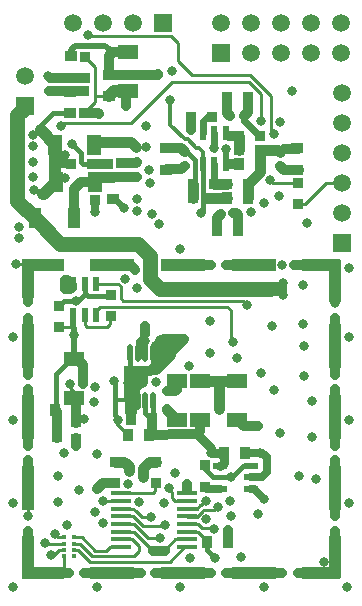
<source format=gbl>
G04 Layer_Physical_Order=4*
G04 Layer_Color=16711680*
%FSLAX24Y24*%
%MOIN*%
G70*
G01*
G75*
%ADD11R,0.0374X0.0394*%
%ADD12R,0.0354X0.0354*%
%ADD13R,0.1496X0.0394*%
%ADD14R,0.0394X0.1496*%
%ADD15R,0.0394X0.1276*%
%ADD16R,0.1406X0.0394*%
%ADD17R,0.1276X0.0394*%
%ADD18R,0.0394X0.1406*%
%ADD19R,0.0244X0.0480*%
%ADD20R,0.0354X0.0354*%
%ADD21R,0.0394X0.0374*%
%ADD36R,0.0453X0.0709*%
%ADD37C,0.0100*%
%ADD38C,0.0120*%
%ADD39C,0.0150*%
%ADD40C,0.0320*%
%ADD41C,0.0350*%
%ADD42C,0.0300*%
%ADD43C,0.0160*%
%ADD44C,0.0200*%
%ADD45C,0.0240*%
%ADD46C,0.0250*%
%ADD47C,0.0170*%
%ADD49C,0.0270*%
%ADD50C,0.0220*%
%ADD60C,0.0591*%
%ADD61R,0.0591X0.0591*%
%ADD62R,0.0591X0.0591*%
%ADD63C,0.0320*%
G04:AMPARAMS|DCode=64|XSize=20mil|YSize=12mil|CornerRadius=0.3mil|HoleSize=0mil|Usage=FLASHONLY|Rotation=180.000|XOffset=0mil|YOffset=0mil|HoleType=Round|Shape=RoundedRectangle|*
%AMROUNDEDRECTD64*
21,1,0.0200,0.0114,0,0,180.0*
21,1,0.0194,0.0120,0,0,180.0*
1,1,0.0006,-0.0097,0.0057*
1,1,0.0006,0.0097,0.0057*
1,1,0.0006,0.0097,-0.0057*
1,1,0.0006,-0.0097,-0.0057*
%
%ADD64ROUNDEDRECTD64*%
%ADD66C,0.0400*%
%ADD68R,0.0709X0.0453*%
%ADD69R,0.0354X0.0315*%
%ADD70R,0.0433X0.0669*%
%ADD71O,0.0177X0.0591*%
%ADD72R,0.0650X0.0118*%
%ADD73R,0.0480X0.0244*%
%ADD74R,0.0177X0.0177*%
%ADD75R,0.0177X0.0118*%
%ADD76C,0.0500*%
%ADD77R,0.0160X0.0620*%
%ADD78R,0.0550X0.0740*%
%ADD79R,0.0790X0.0580*%
%ADD80R,0.0817X0.0492*%
%ADD81R,0.0421X0.0702*%
%ADD82R,0.0190X0.0380*%
%ADD83R,0.0547X0.0320*%
D11*
X17982Y26454D02*
D03*
X17274D02*
D03*
X14683Y15230D02*
D03*
X13974D02*
D03*
X14773Y15750D02*
D03*
X14064D02*
D03*
X11546Y16050D02*
D03*
X12254D02*
D03*
X16614Y11643D02*
D03*
X17323D02*
D03*
X16934Y22064D02*
D03*
X17642D02*
D03*
X17876Y14629D02*
D03*
X17167D02*
D03*
X17992Y23104D02*
D03*
X17284D02*
D03*
X18392Y24244D02*
D03*
X17684D02*
D03*
D12*
X19646Y23622D02*
D03*
Y22913D02*
D03*
X13543Y14331D02*
D03*
Y13622D02*
D03*
X14921Y14331D02*
D03*
Y13622D02*
D03*
X11667Y18809D02*
D03*
Y19518D02*
D03*
X13399Y19173D02*
D03*
Y19882D02*
D03*
X12536Y27829D02*
D03*
Y27121D02*
D03*
X12526Y25961D02*
D03*
Y26669D02*
D03*
X13328Y24260D02*
D03*
Y24969D02*
D03*
X16552Y14203D02*
D03*
Y13495D02*
D03*
D13*
X13453Y10630D02*
D03*
X15815D02*
D03*
X18177D02*
D03*
Y20870D02*
D03*
X15815D02*
D03*
X13453D02*
D03*
D14*
X10630Y18177D02*
D03*
Y15815D02*
D03*
Y13453D02*
D03*
X20870D02*
D03*
Y15815D02*
D03*
Y18177D02*
D03*
D15*
X10630Y20429D02*
D03*
D16*
X11136Y10630D02*
D03*
Y20870D02*
D03*
D17*
X20429Y10630D02*
D03*
Y20870D02*
D03*
D18*
X10630Y11136D02*
D03*
X20870D02*
D03*
Y20364D02*
D03*
D19*
X12159Y19209D02*
D03*
Y20240D02*
D03*
X12533Y19209D02*
D03*
Y20240D02*
D03*
X12907D02*
D03*
Y19209D02*
D03*
X17232Y24239D02*
D03*
Y25270D02*
D03*
X16858D02*
D03*
Y24239D02*
D03*
X16484Y25270D02*
D03*
Y24239D02*
D03*
D20*
X12893Y23055D02*
D03*
X12184D02*
D03*
X12084Y24265D02*
D03*
X12793D02*
D03*
X18386Y25197D02*
D03*
X17677D02*
D03*
Y24724D02*
D03*
X18386D02*
D03*
X17284Y23574D02*
D03*
X17992D02*
D03*
X16134D02*
D03*
X16842D02*
D03*
X16134Y23104D02*
D03*
X16842D02*
D03*
X16792Y25814D02*
D03*
X16084D02*
D03*
D21*
X12066Y27131D02*
D03*
Y27839D02*
D03*
X12036Y26659D02*
D03*
Y25951D02*
D03*
X13778Y24979D02*
D03*
Y24270D02*
D03*
X13468Y23809D02*
D03*
Y23100D02*
D03*
X15258Y24769D02*
D03*
Y24060D02*
D03*
X19628D02*
D03*
Y24769D02*
D03*
X13336Y27219D02*
D03*
Y26511D02*
D03*
D36*
X12888Y23665D02*
D03*
X11589D02*
D03*
X12838Y24875D02*
D03*
X11539D02*
D03*
D37*
X13661Y20240D02*
X13730Y20171D01*
Y19777D02*
Y20171D01*
Y19777D02*
X13818Y19689D01*
X13810Y19699D02*
X17821D01*
X17953Y19567D01*
X14681Y11486D02*
X15305D01*
X16614Y11643D02*
Y11682D01*
X16299Y11997D02*
X16614Y11682D01*
X15932Y11997D02*
X16299D01*
X16298Y12253D02*
X16430Y12120D01*
X15932Y12253D02*
X16298D01*
X16430Y12120D02*
X16806D01*
X16850Y12717D02*
X16968Y12835D01*
X16806Y12120D02*
X16850Y12076D01*
X16575Y13031D02*
Y13059D01*
X12139Y18809D02*
X12159Y18789D01*
X11667Y18809D02*
X12139D01*
X19882Y22913D02*
X20583Y23614D01*
X19646Y22913D02*
X19882D01*
X18720Y23710D02*
X18808Y23622D01*
X19646D01*
X11840Y10809D02*
X12020Y10630D01*
X11840Y10809D02*
Y11181D01*
X17402Y18386D02*
X17480Y18307D01*
X17402Y18386D02*
Y19370D01*
X17281Y19490D02*
X17402Y19370D01*
X13047Y19490D02*
X17281D01*
X12907Y19340D02*
X13047Y19480D01*
X12907Y19209D02*
Y19340D01*
Y20240D02*
X13661D01*
X16487Y12717D02*
X16850D01*
X16471Y12700D02*
X16487Y12717D01*
X16470Y12700D02*
X16471D01*
X16300Y12531D02*
X16470Y12700D01*
X16395Y12880D02*
X16396D01*
X16279Y12764D02*
X16395Y12880D01*
X15932Y12764D02*
X16279D01*
X16396Y12880D02*
X16575Y13059D01*
X13271Y18819D02*
X13379Y18927D01*
Y19183D01*
X12533Y18897D02*
Y19209D01*
Y18897D02*
X12612Y18819D01*
X13271D01*
X12953Y13425D02*
Y13494D01*
X14803Y11339D02*
Y11363D01*
X14681Y11486D02*
X14803Y11363D01*
X11535Y11929D02*
X11653Y11811D01*
X11840D01*
X11220Y11614D02*
X11243Y11591D01*
X11840D01*
X11417Y11220D02*
X11496D01*
X11677Y11401D01*
X11840D01*
X15855Y11485D02*
X15932D01*
X15371Y11001D02*
X15855Y11485D01*
X12721Y11001D02*
X15371D01*
X12321Y11401D02*
X12721Y11001D01*
X12165Y11401D02*
X12321D01*
X12441Y11811D02*
X12891Y11361D01*
X13251D01*
X13375Y11485D01*
X13747D01*
X14173Y11181D02*
X14331Y11339D01*
X12795Y11181D02*
X14173D01*
X12385Y11591D02*
X12795Y11181D01*
X12165Y11811D02*
X12441D01*
X12165Y11591D02*
X12385D01*
X14331Y11339D02*
Y11535D01*
X14125Y11741D02*
X14331Y11535D01*
X13747Y11741D02*
X14125D01*
X14882Y13583D02*
X14921Y13622D01*
X14882Y13346D02*
Y13583D01*
X14812Y13276D02*
X14882Y13346D01*
X13747Y13276D02*
X14812D01*
X15354Y13464D02*
Y13465D01*
X15321Y13430D02*
X15354Y13464D01*
X15321Y13430D02*
X15441Y13310D01*
X15305Y11486D02*
X15560Y11741D01*
X14336Y11830D02*
X14681Y11486D01*
X16696Y11510D02*
Y11640D01*
X14335Y11830D02*
X14336D01*
X10256Y20925D02*
X11081D01*
X11071Y20870D02*
X11136D01*
X11081Y20925D02*
X11136Y20870D01*
X10630Y12506D02*
Y13453D01*
X20870Y20364D02*
Y20429D01*
X12059Y16770D02*
X12274Y16555D01*
X14484Y12190D02*
X15291D01*
X14169Y11997D02*
X14335Y11830D01*
X13747Y11997D02*
X14169D01*
X14449Y12480D02*
X14731D01*
X14317Y12613D02*
X14449Y12480D01*
X14308Y12613D02*
X14317D01*
X14231Y12690D02*
X14308Y12613D01*
X14242Y12433D02*
X14484Y12190D01*
X14234Y12433D02*
X14242D01*
X14158Y12508D02*
X14234Y12433D01*
X13747Y12253D02*
X14167D01*
X13160Y13020D02*
X13160Y13020D01*
X15415Y28512D02*
X15650Y28278D01*
X16300Y12529D02*
Y12531D01*
X16271Y12500D02*
X16300Y12529D01*
X15940Y12500D02*
X16271D01*
X11750Y25520D02*
X11751D01*
X11851Y25620D01*
X15481Y13080D02*
X15541Y13020D01*
X15481Y13080D02*
Y13080D01*
X15441Y13120D02*
X15481Y13080D01*
X15441Y13120D02*
Y13310D01*
X14230Y12690D02*
X14231D01*
X14156Y12764D02*
X14230Y12690D01*
X13747Y12764D02*
X14156D01*
X14411Y12010D02*
X14631Y11790D01*
X14410Y12010D02*
X14411D01*
X14167Y12253D02*
X14410Y12010D01*
X13747Y12508D02*
X14158D01*
X12526Y25961D02*
X12886Y26321D01*
X12490Y25925D02*
X12526Y25961D01*
X11851Y25620D02*
X14094D01*
X15650Y27677D02*
Y28278D01*
X14094Y25620D02*
X15453Y26978D01*
X15291Y12190D02*
X15311Y12210D01*
X15541Y13020D02*
X15932D01*
X15211Y12210D02*
X15311D01*
X14631Y11790D02*
X15041D01*
X15560Y11741D02*
X15932D01*
Y11997D02*
X15948Y11980D01*
X12886Y26321D02*
Y26515D01*
Y27479D01*
Y26515D02*
X12890Y26511D01*
X13336D01*
X12536Y27829D02*
X12886Y27479D01*
X13160Y13020D02*
X13747D01*
X15932Y12508D02*
X15940Y12500D01*
X12059Y16770D02*
Y16920D01*
X14301Y16352D02*
Y16602D01*
X15932Y13276D02*
X16165D01*
X15650Y27677D02*
X16122Y27205D01*
X18425Y25669D02*
Y26579D01*
X18740Y25354D02*
X18858Y25236D01*
X18740Y25354D02*
Y26519D01*
X16122Y27205D02*
X18054D01*
X18740Y26519D01*
X15453Y26978D02*
X18026D01*
X18425Y26579D01*
X20583Y23614D02*
X21102D01*
X12612Y28512D02*
X12650Y28550D01*
Y28512D02*
X15415D01*
D38*
X13650Y15554D02*
Y15778D01*
X15394Y25556D02*
Y26378D01*
Y25556D02*
X15881Y25069D01*
X15981D01*
X16250Y24800D02*
X16350D01*
X15981Y25069D02*
X16250Y24800D01*
X16350D02*
X16484Y24666D01*
Y24239D02*
Y24666D01*
X14045Y16352D02*
Y16525D01*
X13650Y15554D02*
X13974Y15230D01*
D39*
X11667Y19518D02*
X11839Y19690D01*
X12260D02*
X12312D01*
X11839D02*
X12260D01*
X12312D02*
X12533Y19911D01*
X16614Y11396D02*
Y11643D01*
Y11396D02*
X16890Y11120D01*
X12533Y19951D02*
Y20240D01*
Y19911D02*
Y19951D01*
X11575Y17256D02*
X12173Y17855D01*
X12641Y19842D02*
X13389D01*
X12533Y19951D02*
X12641Y19842D01*
X14813Y17947D02*
Y18149D01*
X14488Y16968D02*
Y17244D01*
X11575Y16113D02*
Y17256D01*
X15939Y24652D02*
X16200Y24391D01*
Y23641D02*
Y24391D01*
X16134Y23574D02*
X16200Y23641D01*
X15868Y24652D02*
X15939D01*
X11063Y25374D02*
Y25541D01*
X11472Y25951D01*
X12036D01*
X12428Y24305D02*
Y24605D01*
X12128Y24905D02*
X12428Y24605D01*
Y24305D02*
X12468Y24265D01*
X12793D01*
X16552Y14079D02*
Y14203D01*
Y14079D02*
X16822Y13809D01*
X17432D02*
X17806Y14183D01*
X18087D01*
X16822Y13809D02*
X17432D01*
X16484Y22690D02*
Y24239D01*
X16408Y22614D02*
X16484Y22690D01*
D40*
X11864Y20069D02*
X12060D01*
X11942Y20384D02*
X12086Y20240D01*
X11864Y20384D02*
X11942D01*
X12086Y20240D02*
X12100Y20226D01*
X12060Y20069D02*
X12100Y20108D01*
X11864Y20069D02*
Y20384D01*
X14540Y18600D02*
Y18840D01*
X11546Y16050D02*
X11605Y15990D01*
Y15606D02*
Y15990D01*
Y15114D02*
Y15606D01*
X14540Y18595D02*
Y18600D01*
X14920Y18170D02*
X15180Y18430D01*
X14920Y17840D02*
Y18170D01*
X15540Y18430D02*
X15850D01*
X15180D02*
X15540D01*
X14950Y17840D02*
X15540Y18430D01*
X14920Y17840D02*
X14950D01*
X14920D02*
X15140Y17620D01*
X15420Y18000D02*
X15850Y18430D01*
X15420Y17900D02*
Y18000D01*
X15140Y17620D02*
X15420Y17900D01*
X14580Y17360D02*
X14714D01*
X14430D02*
X14520D01*
X14714D02*
X14733Y17380D01*
X14900D01*
X15140Y17620D01*
X14773Y15320D02*
Y15750D01*
X15751Y24769D02*
X15868Y24652D01*
X15258Y24769D02*
X15751D01*
X15815Y20870D02*
X16762D01*
X17230D02*
X18177D01*
X15189Y11339D02*
X15200Y11350D01*
X14803Y11339D02*
X15189D01*
X17323Y11643D02*
Y12037D01*
X15932Y13373D02*
Y13578D01*
X13150Y13622D02*
X13543D01*
X12953Y13425D02*
X13150Y13622D01*
X14837Y15230D02*
X15763Y15236D01*
X12279Y17749D02*
X12480Y17548D01*
Y16919D02*
Y17548D01*
X15290Y16043D02*
Y16102D01*
Y16043D02*
X15605Y15728D01*
X15290Y16673D02*
X15546D01*
X15605Y16732D01*
X17830Y15512D02*
X18322D01*
X17613Y15728D02*
X17830Y15512D01*
X16393Y15354D02*
Y15728D01*
X16275Y15236D02*
X16393Y15354D01*
X15763Y15236D02*
X16275D01*
X15605Y16732D02*
Y17028D01*
X12506Y10630D02*
X13453D01*
X14400D01*
X11136D02*
X12020D01*
X10630Y11136D02*
Y12010D01*
X14868Y10630D02*
X15815D01*
X16762D01*
X17230D02*
X18177D01*
X19124D01*
X19644D02*
X20429D01*
X20866Y11140D02*
Y12006D01*
Y11140D02*
X20870Y11136D01*
X10630Y19644D02*
Y20429D01*
Y17230D02*
Y18177D01*
Y19124D01*
Y14868D02*
Y15815D01*
Y16762D01*
X19506Y20876D02*
X20423D01*
X20429Y20870D01*
X12943Y20846D02*
X12967Y20870D01*
X13453D01*
X14063D01*
X14200Y20730D02*
Y20734D01*
X14063Y20870D02*
X14200Y20734D01*
X20870Y12506D02*
Y13453D01*
Y14400D01*
Y14868D02*
Y15815D01*
Y16762D01*
Y17230D02*
Y18177D01*
Y19124D01*
X12526Y25961D02*
X12980D01*
X13016Y25925D01*
X16073Y25374D02*
X16084Y25385D01*
Y25814D01*
X12165Y22441D02*
X12184Y22460D01*
Y23055D01*
X14971Y27219D02*
X14994Y27242D01*
X13336Y27219D02*
X14971D01*
X11336Y26675D02*
X12520D01*
X19055Y24179D02*
X19172Y24062D01*
X17281Y25966D02*
X17395Y25852D01*
X17281Y25966D02*
Y26451D01*
X15268Y24077D02*
X15754D01*
X15868Y24192D01*
X17642Y22064D02*
Y22550D01*
X16934Y22460D02*
X17068Y22594D01*
X16934Y22064D02*
Y22460D01*
X13465Y27975D02*
X13986D01*
X13336Y27845D02*
X13465Y27975D01*
X13336Y27219D02*
Y27845D01*
X13926Y26195D02*
Y26615D01*
X12076Y27121D02*
X12536D01*
X11370Y27131D02*
X12066D01*
X14244Y24270D02*
X14289Y24315D01*
X13778Y24270D02*
X14244D01*
X12797Y24260D02*
X13328D01*
X12418Y23665D02*
X12888D01*
X12184Y23430D02*
X12418Y23665D01*
X12184Y23055D02*
Y23430D01*
X13468Y23809D02*
X13474Y23815D01*
X14288D01*
X15930Y13370D02*
X15932Y13373D01*
X17578Y22614D02*
X17642Y22550D01*
X17478Y22614D02*
X17578D01*
X19172Y24062D02*
X19665D01*
X19170Y24754D02*
X19655D01*
X17855Y25852D02*
X17973Y25969D01*
Y26462D01*
X12250Y14850D02*
Y15109D01*
X12255Y15114D01*
Y15606D02*
Y16050D01*
X12254Y16050D02*
X12255Y16050D01*
X10630Y13453D02*
Y14400D01*
D41*
X14016Y14016D02*
Y14173D01*
X14016Y14173D01*
X13858Y14331D02*
X14016Y14173D01*
X14685Y14331D02*
X14921D01*
X14488Y14134D02*
X14685Y14331D01*
X14488Y13819D02*
Y14134D01*
X13543Y14331D02*
X13858D01*
X17023Y17028D02*
X17613D01*
X16393D02*
X17023D01*
X17015Y16071D02*
X17023Y16079D01*
Y16378D01*
Y17028D01*
X14084Y24979D02*
X14238Y24825D01*
X13778Y24979D02*
X14084D01*
X13032Y23809D02*
X13468D01*
X16842Y23574D02*
X17284D01*
X16842Y23104D02*
X17284D01*
X16134D02*
Y23574D01*
X16588Y23104D02*
X16842D01*
X17992D02*
Y23574D01*
X18392Y23974D01*
Y24244D01*
X12912Y24979D02*
X13778D01*
X18392Y24244D02*
Y24718D01*
X18386Y24724D02*
X18392Y24718D01*
X17677Y24724D02*
Y25197D01*
X18386Y24724D02*
X18970D01*
X19055Y24639D01*
D42*
X16275Y15236D02*
X16742Y14769D01*
Y14629D02*
Y14769D01*
X17056Y14183D02*
X17167Y14294D01*
Y14629D01*
X16742D02*
X17167D01*
D43*
X13550Y15878D02*
Y17008D01*
X14540Y18595D02*
X14557Y18612D01*
X14301Y18356D02*
X14540Y18595D01*
X14557Y17947D02*
Y18612D01*
X14540Y18360D02*
Y18595D01*
X13550Y15878D02*
X13650Y15778D01*
X14301Y17947D02*
Y18356D01*
D44*
X12159Y18789D02*
X12165Y18783D01*
Y18543D02*
Y18783D01*
X11864Y20069D02*
X12035Y20240D01*
X12086D01*
X12159D01*
X11864Y20069D02*
X11864Y20069D01*
X12173Y17855D02*
X12279Y17749D01*
X12165Y17863D02*
X12173Y17855D01*
X12165Y17863D02*
Y18543D01*
X12159Y18789D02*
Y19209D01*
X11850Y24265D02*
X11890Y24304D01*
Y24567D01*
X11539Y24272D02*
X11834Y24567D01*
X11890D01*
X12030Y27875D02*
X12066Y27839D01*
Y28040D02*
X12215Y28189D01*
X12066Y27839D02*
Y28040D01*
X13218Y28189D02*
X13336Y28072D01*
X13534Y23100D02*
X13858Y22776D01*
X13468Y23100D02*
X13534D01*
X13336Y27845D02*
Y28072D01*
X17232Y24732D02*
X17254Y24754D01*
X17232Y24239D02*
Y24732D01*
X12215Y28189D02*
X13218D01*
X12250Y14850D02*
X12315D01*
D45*
X16830Y24780D02*
X16842D01*
X16858Y24764D01*
Y25270D01*
Y23620D02*
Y24239D01*
X16842Y23574D02*
Y23640D01*
Y23574D02*
X16888Y23620D01*
X16484Y25270D02*
Y25670D01*
X16628Y25814D01*
X16792D01*
D46*
X18371Y14621D02*
X18401D01*
X18402Y14623D01*
X18424Y14601D01*
X18166Y13435D02*
X18522Y13079D01*
X18087Y13435D02*
X18166D01*
X18424Y14601D02*
X18452Y14629D01*
X16611Y13435D02*
X17056D01*
X18087Y13809D02*
X18452D01*
X18612Y13969D01*
Y14469D01*
X18452Y14629D02*
X18612Y14469D01*
X17876Y14629D02*
X18452D01*
D47*
X14520Y17360D02*
X14580D01*
X14813Y17593D01*
Y17947D01*
X14040Y17470D02*
X14045Y17475D01*
Y17947D01*
Y16525D02*
X14488Y16968D01*
X14683Y15230D02*
X14773Y15320D01*
X14557Y15966D02*
Y16352D01*
X14813Y15789D02*
Y16352D01*
X14557Y15966D02*
X14773Y15750D01*
X14045Y15769D02*
Y16352D01*
D49*
X11850Y24265D02*
X12084D01*
X11546D02*
X11850D01*
X11539Y24272D02*
X11546Y24265D01*
X12888Y22645D02*
Y23050D01*
X12893Y23055D01*
D50*
X17855Y25688D02*
Y25852D01*
Y25688D02*
X18366Y25177D01*
D60*
X21102Y26614D02*
D03*
Y25614D02*
D03*
Y24614D02*
D03*
Y23614D02*
D03*
Y22614D02*
D03*
X21063Y28937D02*
D03*
Y27937D02*
D03*
X20063Y28937D02*
D03*
Y27937D02*
D03*
X19063Y28937D02*
D03*
Y27937D02*
D03*
X18063Y28937D02*
D03*
Y27937D02*
D03*
X17063Y28937D02*
D03*
X12157D02*
D03*
X13157D02*
D03*
X14157D02*
D03*
X10551Y27181D02*
D03*
D61*
X21102Y21614D02*
D03*
X10551Y26181D02*
D03*
D62*
X17063Y27937D02*
D03*
X15157Y28937D02*
D03*
D63*
X13878Y20433D02*
D03*
X14290Y22670D02*
D03*
X14790Y22600D02*
D03*
X14720Y23620D02*
D03*
X11864Y20384D02*
D03*
X11864Y20069D02*
D03*
X12260Y19690D02*
D03*
X12360Y13400D02*
D03*
X11840Y14620D02*
D03*
X14270Y23100D02*
D03*
X16890Y11120D02*
D03*
X11940Y12210D02*
D03*
X12890Y12640D02*
D03*
X13150Y12270D02*
D03*
X14540Y18840D02*
D03*
Y18600D02*
D03*
Y18360D02*
D03*
X15040Y18390D02*
D03*
X15140Y17620D02*
D03*
X15850Y18430D02*
D03*
X15420Y18000D02*
D03*
X13990Y16960D02*
D03*
X14230D02*
D03*
X13527Y17017D02*
D03*
X16762Y20870D02*
D03*
X17230D02*
D03*
X15200Y11350D02*
D03*
X16590Y12410D02*
D03*
X16968Y12835D02*
D03*
X16850Y12076D02*
D03*
X17323Y12037D02*
D03*
X16575Y13031D02*
D03*
X15932Y13578D02*
D03*
X21336Y20800D02*
D03*
X15010Y22250D02*
D03*
X15709Y21417D02*
D03*
X12165Y18543D02*
D03*
X17480Y18307D02*
D03*
X17953Y19567D02*
D03*
X14291Y20118D02*
D03*
X19021Y23184D02*
D03*
X18858Y16732D02*
D03*
X19843Y18189D02*
D03*
X19154Y19882D02*
D03*
Y20295D02*
D03*
X18780Y18858D02*
D03*
X17598Y17795D02*
D03*
X18371Y14621D02*
D03*
X17402Y12520D02*
D03*
X15551Y13937D02*
D03*
X14016Y14016D02*
D03*
X13976Y13583D02*
D03*
X12953Y13425D02*
D03*
X14803Y11339D02*
D03*
X11535Y11929D02*
D03*
X11220Y11614D02*
D03*
X11417Y11220D02*
D03*
X14488Y13819D02*
D03*
X15354Y13465D02*
D03*
X14488Y16968D02*
D03*
X14899Y16980D02*
D03*
X17015Y16071D02*
D03*
X17023Y16378D02*
D03*
X15999Y17520D02*
D03*
X15290Y16102D02*
D03*
Y16673D02*
D03*
X18322Y15512D02*
D03*
X15763Y15236D02*
D03*
X12945Y10160D02*
D03*
X12506Y10630D02*
D03*
X14400D02*
D03*
X12020D02*
D03*
X10630Y12010D02*
D03*
X15723Y10160D02*
D03*
X14868Y10630D02*
D03*
X16762D02*
D03*
X17230D02*
D03*
X18500Y10160D02*
D03*
X19124Y10630D02*
D03*
X19644D02*
D03*
X20866Y12006D02*
D03*
X10630Y19644D02*
D03*
X10256Y20925D02*
D03*
X10630Y17230D02*
D03*
X10160Y18500D02*
D03*
X10630Y19124D02*
D03*
Y14868D02*
D03*
X10160Y15723D02*
D03*
X10630Y16762D02*
D03*
Y12506D02*
D03*
X10160Y12945D02*
D03*
X19506Y20876D02*
D03*
X20876Y19604D02*
D03*
X14200Y20730D02*
D03*
X20870Y12506D02*
D03*
X21336Y12945D02*
D03*
X20870Y14400D02*
D03*
Y14868D02*
D03*
X21336Y15723D02*
D03*
X20870Y16762D02*
D03*
Y19124D02*
D03*
Y17230D02*
D03*
X21336Y18500D02*
D03*
X10354Y22165D02*
D03*
Y21772D02*
D03*
X11890Y24567D02*
D03*
Y23780D02*
D03*
X10827Y23819D02*
D03*
Y24331D02*
D03*
Y24843D02*
D03*
X14567Y25512D02*
D03*
X18071Y22638D02*
D03*
X10160Y10167D02*
D03*
X21277Y10160D02*
D03*
X13160Y13020D02*
D03*
X18510Y22960D02*
D03*
X18720Y23710D02*
D03*
X16830Y24780D02*
D03*
X11750Y25520D02*
D03*
X12480Y16919D02*
D03*
X13630Y15729D02*
D03*
X10856Y23386D02*
D03*
X10817Y25207D02*
D03*
X15394Y26378D02*
D03*
X16073Y25374D02*
D03*
X19055Y24639D02*
D03*
X13858Y22776D02*
D03*
X11142Y23258D02*
D03*
X11063Y25374D02*
D03*
X17254Y24754D02*
D03*
X14994Y27242D02*
D03*
X14731Y12480D02*
D03*
X15191Y12960D02*
D03*
X14351Y12980D02*
D03*
X15211Y12210D02*
D03*
X15041Y11790D02*
D03*
X19055Y24179D02*
D03*
X17395Y25852D02*
D03*
X17855D02*
D03*
X15868Y24652D02*
D03*
Y24192D02*
D03*
X17068Y22594D02*
D03*
X13016Y25925D02*
D03*
X13926Y26195D02*
D03*
X11326Y27175D02*
D03*
X11336Y26675D02*
D03*
X14289Y24315D02*
D03*
X14238Y24825D02*
D03*
X12128Y24905D02*
D03*
X12888Y22645D02*
D03*
X14288Y23815D02*
D03*
X12059Y16920D02*
D03*
X17402Y13819D02*
D03*
X16742Y14629D02*
D03*
X18522Y13079D02*
D03*
X19666Y13845D02*
D03*
X17478Y22614D02*
D03*
X16408D02*
D03*
X19124Y20870D02*
D03*
X14567Y24833D02*
D03*
X18425Y25669D02*
D03*
X18858Y25236D02*
D03*
X19961Y22283D02*
D03*
X12650Y28550D02*
D03*
X15450Y27350D02*
D03*
X19050Y25650D02*
D03*
X19450Y26700D02*
D03*
X12250Y14850D02*
D03*
X10630Y14400D02*
D03*
X16720Y19030D02*
D03*
Y17940D02*
D03*
X19810Y20210D02*
D03*
X19800Y18920D02*
D03*
X19830Y17200D02*
D03*
X18420Y17270D02*
D03*
X20100Y16350D02*
D03*
Y15150D02*
D03*
X19060Y15280D02*
D03*
X20240Y13750D02*
D03*
X20510Y10990D02*
D03*
X17370Y13020D02*
D03*
X18300Y12600D02*
D03*
X17740Y11150D02*
D03*
X16060Y11120D02*
D03*
X11660Y12990D02*
D03*
X11650Y13840D02*
D03*
X12870Y16820D02*
D03*
X12860Y16320D02*
D03*
X12520Y15760D02*
D03*
X14670Y24060D02*
D03*
X12940Y14570D02*
D03*
D64*
X18584Y20039D02*
D03*
X18424D02*
D03*
X13620Y16370D02*
D03*
X13780D02*
D03*
D66*
X11539Y24272D02*
Y24875D01*
Y23715D02*
Y24272D01*
X11142Y23258D02*
X11182D01*
X11589Y23665D01*
X11063Y25374D02*
X11539Y24898D01*
Y24875D02*
Y24898D01*
Y23715D02*
X11589Y23665D01*
X13336Y26511D02*
X13500Y26675D01*
X13986D01*
D68*
X17613Y15728D02*
D03*
Y17028D02*
D03*
X16393Y15728D02*
D03*
Y17028D02*
D03*
X13986Y27975D02*
D03*
Y26675D02*
D03*
X15605Y17028D02*
D03*
Y15728D02*
D03*
X12169Y16450D02*
D03*
Y17749D02*
D03*
D69*
X11605Y15606D02*
D03*
X12255D02*
D03*
Y15114D02*
D03*
X11605D02*
D03*
D70*
X10866Y22441D02*
D03*
X12165D02*
D03*
D71*
X14813Y16352D02*
D03*
X14557D02*
D03*
X14301D02*
D03*
X14045D02*
D03*
X14813Y17947D02*
D03*
X14557D02*
D03*
X14301D02*
D03*
X14045D02*
D03*
D72*
X13747Y11485D02*
D03*
Y11741D02*
D03*
Y11997D02*
D03*
Y12253D02*
D03*
Y12508D02*
D03*
Y12764D02*
D03*
Y13020D02*
D03*
Y13276D02*
D03*
X15932Y11485D02*
D03*
Y11741D02*
D03*
Y11997D02*
D03*
Y12253D02*
D03*
Y12508D02*
D03*
Y12764D02*
D03*
Y13020D02*
D03*
Y13276D02*
D03*
D73*
X17056Y14183D02*
D03*
X18087D02*
D03*
Y13809D02*
D03*
Y13435D02*
D03*
X17056D02*
D03*
D74*
X11840Y11181D02*
D03*
Y11811D02*
D03*
X12165D02*
D03*
Y11181D02*
D03*
D75*
X11840Y11591D02*
D03*
Y11401D02*
D03*
X12165D02*
D03*
Y11591D02*
D03*
D76*
X14724Y20404D02*
Y21176D01*
X14306Y21594D02*
X14724Y21176D01*
X11713Y21594D02*
X14306D01*
X15049Y20079D02*
X18701D01*
X14724Y20404D02*
X15049Y20079D01*
X10295Y25895D02*
X10530Y26130D01*
X10295Y23012D02*
Y25895D01*
X10866Y22441D02*
X11713Y21594D01*
X10295Y23012D02*
X10866Y22441D01*
D77*
X14460Y18050D02*
D03*
D78*
X14105Y16710D02*
D03*
D79*
X14245Y17240D02*
D03*
D80*
X18883Y20089D02*
D03*
D81*
X14090Y16251D02*
D03*
D82*
X17413Y24244D02*
D03*
D83*
X17561Y25194D02*
D03*
M02*

</source>
